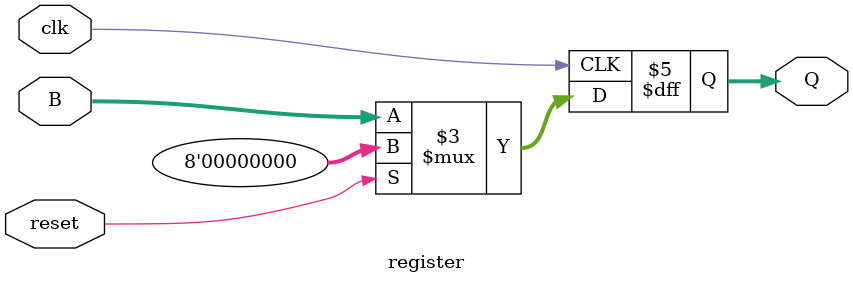
<source format=v>
module register
#(parameter n = 8)
(clk, reset, B, Q);

input clk, reset;
input[n-1:0] B;
output reg[n-1:0] Q;

always@(posedge clk)
    if(reset)
        Q <= {n{1'b0}};
    else
        Q <= B;
endmodule

</source>
